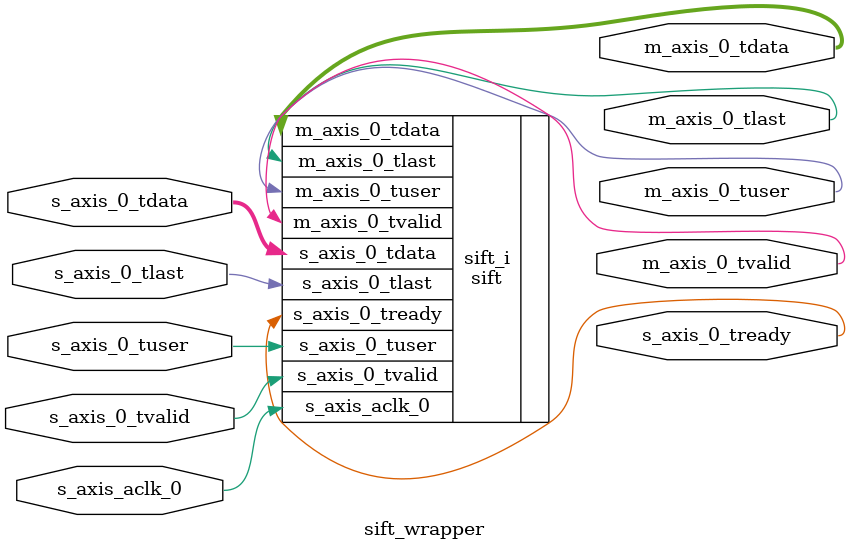
<source format=v>
`timescale 1 ps / 1 ps

module sift_wrapper
   (m_axis_0_tdata,
    m_axis_0_tlast,
    m_axis_0_tuser,
    m_axis_0_tvalid,
    s_axis_0_tdata,
    s_axis_0_tlast,
    s_axis_0_tready,
    s_axis_0_tuser,
    s_axis_0_tvalid,
    s_axis_aclk_0);
  output [47:0]m_axis_0_tdata;
  output m_axis_0_tlast;
  output m_axis_0_tuser;
  output m_axis_0_tvalid;
  input [7:0]s_axis_0_tdata;
  input s_axis_0_tlast;
  output s_axis_0_tready;
  input s_axis_0_tuser;
  input s_axis_0_tvalid;
  input s_axis_aclk_0;

  wire [47:0]m_axis_0_tdata;
  wire m_axis_0_tlast;
  wire m_axis_0_tuser;
  wire m_axis_0_tvalid;
  wire [7:0]s_axis_0_tdata;
  wire s_axis_0_tlast;
  wire s_axis_0_tready;
  wire s_axis_0_tuser;
  wire s_axis_0_tvalid;
  wire s_axis_aclk_0;

  sift sift_i
       (.m_axis_0_tdata(m_axis_0_tdata),
        .m_axis_0_tlast(m_axis_0_tlast),
        .m_axis_0_tuser(m_axis_0_tuser),
        .m_axis_0_tvalid(m_axis_0_tvalid),
        .s_axis_0_tdata(s_axis_0_tdata),
        .s_axis_0_tlast(s_axis_0_tlast),
        .s_axis_0_tready(s_axis_0_tready),
        .s_axis_0_tuser(s_axis_0_tuser),
        .s_axis_0_tvalid(s_axis_0_tvalid),
        .s_axis_aclk_0(s_axis_aclk_0));
endmodule

</source>
